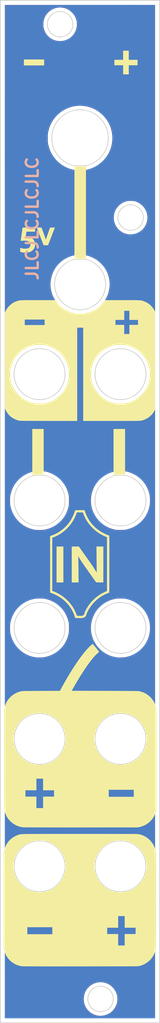
<source format=kicad_pcb>
(kicad_pcb (version 20211014) (generator pcbnew)
  (layers (0 "F.Cu" signal) (31 "B.Cu" signal) (34 "B.Paste" user) (35 "F.Paste" user) (36 "B.SilkS" user "B.Silkscreen") (37 "F.SilkS" user "F.Silkscreen") (38 "B.Mask" user) (39 "F.Mask" user) (44 "Edge.Cuts" user))
  (net 0 "")
  (footprint "__mysynthparts:minmax-panel" (layer "F.Cu") (at 120.106455 60.907107)
    (fp_text reference "Ref**" hide)
    (fp_text value "Val**" hide)
    (fp_poly (pts (xy 9.482667 63.732833) (xy 0.465667 63.732833) (xy 0.465667 61.224583) (xy 0.535614 61.224583) (xy 0.536105 61.459089) (xy 0.556913 61.669788) (xy 0.600358 61.871187) (xy 0.66876 62.077796) (xy 0.674383 62.092417) (xy 0.797869 62.353736) (xy 0.955599 62.593048) (xy 1.144182 62.807727) (xy 1.360226 62.995147) (xy 1.600339 63.152683) (xy 1.86113 63.27771) (xy 2.139208 63.367601) (xy 2.38125 63.413719) (xy 2.539039 63.425063) (xy 2.719758 63.422605) (xy 2.906714 63.407443) (xy 3.08321 63.380673) (xy 3.166933 63.36212) (xy 3.446784 63.270213) (xy 3.706824 63.142167) (xy 3.944585 62.98046) (xy 4.157602 62.787571) (xy 4.343407 62.565979) (xy 4.499532 62.318161) (xy 4.623511 62.046597) (xy 4.694184 61.827833) (xy 4.716577 61.738765) (xy 4.732002 61.658738) (xy 4.741733 61.575809) (xy 4.747041 61.478032) (xy 4.749199 61.353463) (xy 4.749422 61.30925) (xy 4.748782 61.173015) (xy 4.745131 61.067727) (xy 4.737389 60.982046) (xy 4.724479 60.90463) (xy 4.705321 60.824137) (xy 4.702166 60.8123) (xy 4.612122 60.536966) (xy 4.496682 60.291085) (xy 4.351805 60.067557) (xy 4.173446 59.859281) (xy 4.140538 59.825909) (xy 3.912282 59.625444) (xy 3.668463 59.46376) (xy 3.406363 59.3393) (xy 3.145828 59.256103) (xy 2.960527 59.221364) (xy 2.754481 59.20325) (xy 2.543027 59.201935) (xy 2.3415 59.217592) (xy 2.185846 59.245235) (xy 1.894294 59.335862) (xy 1.623492 59.461761) (xy 1.375946 59.620519) (xy 1.154161 59.809718) (xy 0.960642 60.026944) (xy 0.797894 60.269781) (xy 0.668423 60.535813) (xy 0.583066 60.790667) (xy 0.564157 60.885943) (xy 0.548842 61.013788) (xy 0.538182 61.164514) (xy 0.535614 61.224583) (xy 0.465667 61.224583) (xy 0.465667 56.303333) (xy -0.296333 56.303333) (xy -0.296333 63.732833) (xy -9.376833 63.732833) (xy -9.376833 44.71133) (xy -8.737521 44.71133) (xy -8.711716 45.08565) (xy -8.647814 45.45569) (xy -8.545978 45.818692) (xy -8.406372 46.171904) (xy -8.229161 46.512567) (xy -8.014508 46.837928) (xy -7.811444 47.090487) (xy -7.543195 47.365766) (xy -7.248907 47.610517) (xy -6.932141 47.8233) (xy -6.596461 48.002676) (xy -6.245429 48.147205) (xy -5.882606 48.255449) (xy -5.511555 48.325968) (xy -5.135838 48.357322) (xy -4.759017 48.348073) (xy -4.709583 48.343761) (xy -4.318259 48.286518) (xy -3.940502 48.191266) (xy -3.578642 48.059908) (xy -3.23501 47.894346) (xy -2.911936 47.69648) (xy -2.61175 47.468214) (xy -2.336782 47.211448) (xy -2.089364 46.928085) (xy -1.871825 46.620026) (xy -1.686496 46.289174) (xy -1.535706 45.93743) (xy -1.453937 45.686755) (xy -1.413236 45.539653) (xy -1.381811 45.411524) (xy -1.358519 45.292995) (xy -1.342215 45.174693) (xy -1.331755 45.047246) (xy -1.325997 44.90128) (xy -1.323795 44.727422) (xy -1.323682 44.619333) (xy -1.324392 44.452495) (xy -1.326299 44.320169) (xy -1.329929 44.21454) (xy -1.335807 44.127792) (xy -1.344461 44.052109) (xy -1.356416 43.979676) (xy -1.371809 43.904462) (xy -1.478615 43.50757) (xy -1.620975 43.132966) (xy -1.798193 42.781645) (xy -2.009575 42.454599) (xy -2.254426 42.15282) (xy -2.532052 41.877303) (xy -2.841757 41.62904) (xy -3.070625 41.47611) (xy -3.417365 41.285588) (xy -3.777478 41.134606) (xy -4.148457 41.02346) (xy -4.527796 40.952449) (xy -4.912988 40.921869) (xy -5.301526 40.932019) (xy -5.690905 40.983195) (xy -6.078616 41.075695) (xy -6.180666 41.10714) (xy -6.335974 41.164247) (xy -6.512594 41.240635) (xy -6.698084 41.330041) (xy -6.880003 41.426198) (xy -7.045907 41.522842) (xy -7.1755 41.608079) (xy -7.322643 41.722117) (xy -7.481165 41.861015) (xy -7.642234 42.015803) (xy -7.797019 42.177513) (xy -7.936688 42.337173) (xy -8.052409 42.485816) (xy -8.083097 42.529823) (xy -8.289327 42.871961) (xy -8.456475 43.226353) (xy -8.584704 43.590241) (xy -8.674178 43.96087) (xy -8.725063 44.335485) (xy -8.737521 44.71133) (xy -9.376833 44.71133) (xy -9.376833 38.904333) (xy -0.296333 38.904333) (xy -0.296333 50.948167) (xy 0.465667 50.948167) (xy 0.465667 44.670435) (xy 1.429899 44.670435) (xy 1.431243 44.849989) (xy 1.438258 45.013262) (xy 1.451125 45.149449) (xy 1.457411 45.190833) (xy 1.547192 45.593028) (xy 1.673018 45.975052) (xy 1.834092 46.335488) (xy 2.02962 46.67292) (xy 2.258806 46.985929) (xy 2.520854 47.273099) (xy 2.735695 47.468334) (xy 3.048363 47.707305) (xy 3.370783 47.906604) (xy 3.707705 48.068593) (xy 4.063881 48.195637) (xy 4.344959 48.269062) (xy 4.642202 48.325229) (xy 4.9225 48.354998) (xy 5.201151 48.359403) (xy 5.450417 48.343761) (xy 5.842369 48.286123) (xy 6.226203 48.189003) (xy 6.597102 48.054108) (xy 6.950252 47.883145) (xy 7.229221 47.713206) (xy 7.538179 47.480654) (xy 7.816844 47.220626) (xy 8.064374 46.936058) (xy 8.279925 46.629884) (xy 8.462654 46.30504) (xy 8.611719 45.964461) (xy 8.726276 45.611081) (xy 8.805483 45.247837) (xy 8.848496 44.877663) (xy 8.854472 44.503495) (xy 8.82257 44.128267) (xy 8.751944 43.754915) (xy 8.641753 43.386374) (xy 8.543104 43.138443) (xy 8.366535 42.7888) (xy 8.156219 42.463186) (xy 7.914401 42.163345) (xy 7.643327 41.891022) (xy 7.345242 41.647962) (xy 7.022392 41.435908) (xy 6.677023 41.256606) (xy 6.311381 41.1118) (xy 5.92771 41.003234) (xy 5.74675 40.966119) (xy 5.634652 40.94914) (xy 5.511346 40.937559) (xy 5.3673 40.930775) (xy 5.192981 40.928187) (xy 5.1435 40.928125) (xy 4.890441 40.933752) (xy 4.664501 40.95152) (xy 4.451674 40.983523) (xy 4.237955 41.031858) (xy 4.014265 41.097052) (xy 3.837305 41.160958) (xy 3.641384 41.244752) (xy 3.439623 41.341917) (xy 3.245143 41.445936) (xy 3.071065 41.550293) (xy 2.9845 41.60849) (xy 2.824566 41.732278) (xy 2.655132 41.881763) (xy 2.48543 42.047499) (xy 2.324692 42.220043) (xy 2.18215 42.389949) (xy 2.06844 42.545655) (xy 1.863387 42.892123) (xy 1.69462 43.25762) (xy 1.564102 43.637302) (xy 1.477546 44.0055) (xy 1.458048 44.142132) (xy 1.443484 44.305701) (xy 1.43404 44.485404) (xy 1.429899 44.670435) (xy 0.465667 44.670435) (xy 0.465667 38.904333) (xy -0.296333 38.904333) (xy -9.376833 38.904333) (xy -9.376833 28.659667) (xy -8.729856 28.659667) (xy -8.728735 28.817673) (xy -8.72507 28.944387) (xy -8.718017 29.050815) (xy -8.706734 29.147964) (xy -8.690374 29.246841) (xy -8.681164 29.294667) (xy -8.596216 29.639322) (xy -8.481174 29.976713) (xy -8.339723 30.298049) (xy -8.175546 30.594537) (xy -8.069463 30.754323) (xy -7.96558 30.889722) (xy -7.838355 31.039166) (xy -7.698062 31.191691) (xy -7.554973 31.336335) (xy -7.419364 31.462133) (xy -7.355416 31.516297) (xy -7.035751 31.749728) (xy -6.697551 31.945298) (xy -6.340245 32.103257) (xy -5.963261 32.223858) (xy -5.566028 32.30735) (xy -5.550141 32.309854) (xy -5.403298 32.326486) (xy -5.228105 32.336463) (xy -5.038018 32.339789) (xy -4.846494 32.336466) (xy -4.666988 32.326497) (xy -4.512958 32.309886) (xy -4.511216 32.309631) (xy -4.112945 32.230857) (xy -3.733849 32.114429) (xy -3.37438 31.960579) (xy -3.034989 31.769537) (xy -2.716128 31.541535) (xy -2.418249 31.276806) (xy -2.338916 31.196394) (xy -2.080333 30.898315) (xy -1.858617 30.581143) (xy -1.672859 30.243146) (xy -1.522147 29.88259) (xy -1.405572 29.497742) (xy -1.372733 29.357288) (xy -1.356835 29.27939) (xy -1.344798 29.206436) (xy -1.336089 29.130562) (xy -1.33017 29.043904) (xy -1.326508 28.938597) (xy -1.324567 28.806777) (xy -1.323811 28.640581) (xy -1.323808 28.6385) (xy -1.323975 28.470987) (xy -1.32549 28.337727) (xy -1.328868 28.230647) (xy -1.334622 28.141674) (xy -1.343267 28.062737) (xy -1.355317 27.985762) (xy -1.370399 27.907046) (xy -1.469013 27.52462) (xy -1.605107 27.159583) (xy -1.776685 26.81403) (xy -1.981752 26.490057) (xy -2.218312 26.189761) (xy -2.484371 25.915236) (xy -2.777932 25.668579) (xy -3.097 25.451887) (xy -3.439581 25.267253) (xy -3.803679 25.116776) (xy -4.119116 25.019759) (xy -4.348073 24.96824) (xy -4.577094 24.934976) (xy -4.81891 24.91869) (xy -5.086252 24.918104) (xy -5.122333 24.919078) (xy -5.428231 24.937334) (xy -5.707797 24.974525) (xy -5.97376 25.033267) (xy -6.238848 25.116174) (xy -6.420213 25.185688) (xy -6.77815 25.354111) (xy -7.112382 25.556352) (xy -7.420959 25.790183) (xy -7.701932 26.053381) (xy -7.953352 26.34372) (xy -8.173268 26.658975) (xy -8.359731 26.99692) (xy -8.510793 27.355332) (xy -8.613813 27.689459) (xy -8.655752 27.861237) (xy -8.686643 28.012563) (xy -8.707993 28.15603) (xy -8.721306 28.30423) (xy -8.72809 28.469754) (xy -8.729856 28.659667) (xy -9.376833 28.659667) (xy -9.376833 14.70025) (xy -8.729675 14.70025) (xy -8.725601 14.926993) (xy -8.712439 15.125327) (xy -8.688448 15.308538) (xy -8.651883 15.489907) (xy -8.601 15.682719) (xy -8.600498 15.684456) (xy -8.477144 16.048416) (xy -8.324509 16.3847) (xy -8.139287 16.699036) (xy -7.918175 16.997149) (xy -7.704666 17.23674) (xy -7.409038 17.51608) (xy -7.095306 17.757559) (xy -6.764127 17.960816) (xy -6.416157 18.125489) (xy -6.052054 18.251216) (xy -5.722065 18.32875) (xy -5.61018 18.349348) (xy -5.520307 18.364639) (xy -5.442913 18.375307) (xy -5.368463 18.382035) (xy -5.287424 18.385503) (xy -5.190261 18.386397) (xy -5.067441 18.385397) (xy -4.953 18.383819) (xy -4.781188 18.379868) (xy -4.640815 18.37295) (xy -4.521041 18.362158) (xy -4.41102 18.346586) (xy -4.331154 18.331782) (xy -3.944507 18.232516) (xy -3.567184 18.092801) (xy -3.202761 17.914132) (xy -2.921 17.742883) (xy -2.763449 17.627679) (xy -2.593841 17.485282) (xy -2.421653 17.324946) (xy -2.256365 17.155925) (xy -2.107453 16.987472) (xy -1.984395 16.828841) (xy -1.983444 16.8275) (xy -1.891818 16.687116) (xy -1.795446 16.52016) (xy -1.700386 16.338735) (xy -1.612696 16.15494) (xy -1.538435 15.980879) (xy -1.484122 15.830118) (xy -1.435696 15.671045) (xy -1.397961 15.532313) (xy -1.369633 15.404607) (xy -1.349428 15.27861) (xy -1.336065 15.145006) (xy -1.328258 14.994479) (xy -1.324725 14.817713) (xy -1.324107 14.6685) (xy -1.324496 14.499524) (xy -1.325978 14.365469) (xy -1.329031 14.258927) (xy -1.334134 14.17249) (xy -1.341765 14.098751) (xy -1.352402 14.030302) (xy -1.366522 13.959734) (xy -1.371241 13.93825) (xy -1.480032 13.542546) (xy -1.625138 13.167709) (xy -1.805664 12.815055) (xy -2.020713 12.485899) (xy -2.269389 12.181559) (xy -2.550795 11.903349) (xy -2.864035 11.652586) (xy -2.9845 11.569233) (xy -3.261487 11.404853) (xy -3.567445 11.259154) (xy -3.891445 11.136662) (xy -4.222561 11.041906) (xy -4.29987 11.024229) (xy -4.379386 11.008045) (xy -4.4542 10.995896) (xy -4.532504 10.987211) (xy -4.622492 10.981418) (xy -4.732354 10.977947) (xy -4.870285 10.976226) (xy -4.995333 10.975744) (xy -5.159581 10.975968) (xy -5.290026 10.977658) (xy -5.395186 10.981384) (xy -5.483583 10.987712) (xy -5.563737 10.997212) (xy -5.644167 11.010452) (xy -5.711482 11.02352) (xy -6.100303 11.122823) (xy -6.470403 11.258412) (xy -6.819783 11.428417) (xy -7.146447 11.63097) (xy -7.448399 11.864202) (xy -7.723643 12.126243) (xy -7.970182 12.415224) (xy -8.18602 12.729277) (xy -8.36916 13.066531) (xy -8.517605 13.425119) (xy -8.613813 13.740625) (xy -8.656471 13.915827) (xy -8.687677 14.070418) (xy -8.709012 14.217479) (xy -8.722054 14.370089) (xy -8.728384 14.541328) (xy -8.729675 14.70025) (xy -9.376833 14.70025) (xy -9.376833 8.9535) (xy -0.296333 8.9535) (xy -0.296333 33.549167) (xy 0.465667 33.549167) (xy 0.465667 28.554904) (xy 1.430271 28.554904) (xy 1.430679 28.754007) (xy 1.437838 28.945967) (xy 1.451755 29.118644) (xy 1.469001 29.24175) (xy 1.560491 29.636617) (xy 1.68856 30.010227) (xy 1.853503 30.363131) (xy 2.055616 30.69588) (xy 2.295195 31.009027) (xy 2.572535 31.303122) (xy 2.575011 31.3055) (xy 2.878749 31.569752) (xy 3.198897 31.795083) (xy 3.536572 31.982045) (xy 3.892896 32.131193) (xy 4.268986 32.24308) (xy 4.60375 32.309101) (xy 4.745431 32.325114) (xy 4.915845 32.335108) (xy 5.101816 32.339059) (xy 5.290171 32.33694) (xy 5.467734 32.328727) (xy 5.621331 32.314392) (xy 5.645605 32.311134) (xy 6.030879 32.235809) (xy 6.401751 32.122534) (xy 6.755781 31.973323) (xy 7.090532 31.790187) (xy 7.403563 31.575138) (xy 7.692435 31.330189) (xy 7.954711 31.057351) (xy 8.18795 30.758638) (xy 8.389714 30.43606) (xy 8.557564 30.09163) (xy 8.657776 29.826058) (xy 8.763588 29.444459) (xy 8.829034 29.05987) (xy 8.854756 28.675211) (xy 8.841394 28.293402) (xy 8.789588 27.917361) (xy 8.69998 27.550009) (xy 8.573208 27.194265) (xy 8.409916 26.853048) (xy 8.210742 26.529277) (xy 7.976327 26.225872) (xy 7.83358 26.069738) (xy 7.534545 25.790056) (xy 7.21637 25.548119) (xy 6.878767 25.34377) (xy 6.521454 25.176855) (xy 6.144146 25.047216) (xy 5.832621 24.971232) (xy 5.693694 24.949716) (xy 5.52484 24.934082) (xy 5.336626 24.9244) (xy 5.139619 24.920735) (xy 4.944387 24.923155) (xy 4.761495 24.931728) (xy 4.601512 24.946521) (xy 4.497917 24.96272) (xy 4.095614 25.063099) (xy 3.71544 25.198783) (xy 3.358832 25.368315) (xy 3.027223 25.570239) (xy 2.722049 25.803099) (xy 2.444746 26.065437) (xy 2.196748 26.355799) (xy 1.97949 26.672726) (xy 1.794407 27.014764) (xy 1.642935 27.380455) (xy 1.526509 27.768344) (xy 1.469509 28.036103) (xy 1.449691 28.183814) (xy 1.43661 28.360794) (xy 1.430271 28.554904) (xy 0.465667 28.554904) (xy 0.465667 14.653608) (xy 1.419801 14.653608) (xy 1.433316 14.990602) (xy 1.481998 15.333559) (xy 1.534347 15.570214) (xy 1.647466 15.945566) (xy 1.792998 16.295132) (xy 1.972992 16.622617) (xy 2.189493 16.931732) (xy 2.444549 17.226184) (xy 2.454022 17.236085) (xy 2.750239 17.515831) (xy 3.065582 17.757836) (xy 3.399847 17.961996) (xy 3.752831 18.128206) (xy 4.124329 18.256363) (xy 4.514137 18.346361) (xy 4.672947 18.371352) (xy 4.794324 18.382389) (xy 4.946451 18.38765) (xy 5.118197 18.387519) (xy 5.298428 18.382379) (xy 5.476011 18.372613) (xy 5.639815 18.358604) (xy 5.778707 18.340736) (xy 5.830258 18.33151) (xy 6.217903 18.232334) (xy 6.593961 18.094011) (xy 6.953749 17.918705) (xy 7.292581 17.708585) (xy 7.483736 17.566811) (xy 7.590669 17.47471) (xy 7.712818 17.357402) (xy 7.841247 17.224449) (xy 7.967023 17.085413) (xy 8.081209 16.949856) (xy 8.174872 16.82734) (xy 8.175359 16.826656) (xy 8.381645 16.501177) (xy 8.551126 16.157782) (xy 8.683501 15.799995) (xy 8.778466 15.431341) (xy 8.83572 15.055346) (xy 8.85496 14.675533) (xy 8.835883 14.295428) (xy 8.778187 13.918556) (xy 8.681569 13.548441) (xy 8.545727 13.188609) (xy 8.496712 13.082005) (xy 8.356725 12.812728) (xy 8.207481 12.573084) (xy 8.040175 12.350833) (xy 7.846005 12.133734) (xy 7.733389 12.020656) (xy 7.432197 11.755926) (xy 7.109965 11.527764) (xy 6.766218 11.335921) (xy 6.400485 11.180145) (xy 6.012295 11.060185) (xy 5.86013 11.024229) (xy 5.780614 11.008045) (xy 5.7058 10.995896) (xy 5.627496 10.987211) (xy 5.537508 10.981418) (xy 5.427646 10.977947) (xy 5.289715 10.976226) (xy 5.164667 10.975744) (xy 5.000616 10.975962) (xy 4.870348 10.977639) (xy 4.765321 10.981345) (xy 4.676996 10.987654) (xy 4.59683 10.997139) (xy 4.516283 11.010372) (xy 4.446568 11.023893) (xy 4.056235 11.123653) (xy 3.685629 11.259788) (xy 3.336527 11.430353) (xy 3.010709 11.633403) (xy 2.709951 11.866992) (xy 2.436031 12.129175) (xy 2.190727 12.418006) (xy 1.975816 12.731541) (xy 1.793077 13.067833) (xy 1.644288 13.424938) (xy 1.531225 13.80091) (xy 1.455666 14.193804) (xy 1.440749 14.313124) (xy 1.419801 14.653608) (xy 0.465667 14.653608) (xy 0.465667 6.639387) (xy 0.257458 6.320068) (xy 0.1808 6.201587) (xy 0.103558 6.080599) (xy 0.032314 5.967524) (xy -0.02635 5.872779) (xy -0.053949 5.827087) (xy -0.098871 5.753442) (xy -0.135563 5.696939) (xy -0.159022 5.665091) (xy -0.164645 5.660922) (xy -0.165826 5.68321) (xy -0.165315 5.742179) (xy -0.163262 5.832218) (xy -0.159817 5.947714) (xy -0.155127 6.083056) (xy -0.149606 6.226168) (xy -0.144982 6.363694) (xy -0.140675 6.536363) (xy -0.136786 6.736985) (xy -0.133412 6.958369) (xy -0.130652 7.193327) (xy -0.128606 7.434668) (xy -0.127371 7.675203) (xy -0.127034 7.868708) (xy -0.127 8.9535) (xy -0.296333 8.9535) (xy -9.376833 8.9535) (xy -9.376833 -1.255307) (xy -8.73035 -1.255307) (xy -8.725424 -1.068896) (xy -8.714553 -0.898722) (xy -8.697722 -0.756154) (xy -8.692415 -0.72526) (xy -8.603758 -0.343542) (xy -8.484006 0.012878) (xy -8.330844 0.34975) (xy -8.141954 0.672823) (xy -8.109561 0.721688) (xy -7.868753 1.042295) (xy -7.599636 1.33204) (xy -7.304196 1.589632) (xy -6.984419 1.813778) (xy -6.642292 2.003187) (xy -6.279798 2.156567) (xy -5.898926 2.272626) (xy -5.640916 2.327712) (xy -5.479528 2.348986) (xy -5.288486 2.361933) (xy -5.079609 2.366721) (xy -4.864716 2.363515) (xy -4.655626 2.352485) (xy -4.464158 2.333796) (xy -4.308061 2.30884) (xy -3.923747 2.209838) (xy -3.556835 2.074058) (xy -3.209573 1.903466) (xy -2.88421 1.700029) (xy -2.582994 1.465715) (xy -2.308173 1.202489) (xy -2.061994 0.91232) (xy -1.846706 0.597172) (xy -1.664556 0.259015) (xy -1.517794 -0.100187) (xy -1.502183 -0.146065) (xy -1.448268 -0.313437) (xy -1.40624 -0.459442) (xy -1.374681 -0.593624) (xy -1.352173 -0.725526) (xy -1.337297 -0.864691) (xy -1.328636 -1.020663) (xy -1.324772 -1.202984) (xy -1.324159 -1.344083) (xy -1.324566 -1.511586) (xy -1.326124 -1.644454) (xy -1.329342 -1.75038) (xy -1.334728 -1.837059) (xy -1.342789 -1.912185) (xy -1.354032 -1.983451) (xy -1.368967 -2.05855) (xy -1.372361 -2.074333) (xy -1.478303 -2.467918) (xy -1.620316 -2.840754) (xy -1.797163 -3.19125) (xy -2.007607 -3.517816) (xy -2.250413 -3.818863) (xy -2.524345 -4.092801) (xy -2.828164 -4.338039) (xy -3.160637 -4.552987) (xy -3.39725 -4.678506) (xy -3.713388 -4.818184) (xy -4.020881 -4.92298) (xy -4.330478 -4.995644) (xy -4.652927 -5.038924) (xy -4.85775 -5.05196) (xy -5.260395 -5.047649) (xy -5.652838 -5.002535) (xy -6.033398 -4.917279) (xy -6.400393 -4.792545) (xy -6.752142 -4.628995) (xy -7.086963 -4.427293) (xy -7.403175 -4.188102) (xy -7.667637 -3.944181) (xy -7.929265 -3.651524) (xy -8.154833 -3.337685) (xy -8.34477 -3.001824) (xy -8.499502 -2.643101) (xy -8.619457 -2.260679) (xy -8.690891 -1.935897) (xy -8.709601 -1.798249) (xy -8.722424 -1.631354) (xy -8.729345 -1.446583) (xy -8.73035 -1.255307) (xy -9.376833 -1.255307) (xy -9.376833 -17.130307) (xy -8.73035 -17.130307) (xy -8.725424 -16.943896) (xy -8.714553 -16.773722) (xy -8.697722 -16.631154) (xy -8.692415 -16.60026) (xy -8.603758 -16.218542) (xy -8.484006 -15.862122) (xy -8.330844 -15.52525) (xy -8.141954 -15.202177) (xy -8.109561 -15.153312) (xy -7.867975 -14.831328) (xy -7.598802 -14.541049) (xy -7.303645 -14.283516) (xy -6.984106 -14.059771) (xy -6.641786 -13.870857) (xy -6.278289 -13.717816) (xy -5.895215 -13.60169) (xy -5.640916 -13.547297) (xy -5.552916 -13.532613) (xy -5.470159 -13.522068) (xy -5.383752 -13.515225) (xy -5.284802 -13.511649) (xy -5.164416 -13.510904) (xy -5.013699 -13.512555) (xy -4.953 -13.513602) (xy -4.789858 -13.517228) (xy -4.660107 -13.521931) (xy -4.554805 -13.5285) (xy -4.465012 -13.537727) (xy -4.381785 -13.550403) (xy -4.296184 -13.567319) (xy -4.262756 -13.574668) (xy -3.867316 -13.683928) (xy -3.493969 -13.828666) (xy -3.144208 -14.007377) (xy -2.819526 -14.218556) (xy -2.521414 -14.460698) (xy -2.251368 -14.732298) (xy -2.010877 -15.031851) (xy -1.801437 -15.357852) (xy -1.624539 -15.708796) (xy -1.481676 -16.083177) (xy -1.374341 -16.479492) (xy -1.372306 -16.488833) (xy -1.356605 -16.565619) (xy -1.34469 -16.6371) (xy -1.336056 -16.710973) (xy -1.330194 -16.794932) (xy -1.326598 -16.896674) (xy -1.32476 -17.023894) (xy -1.324172 -17.184288) (xy -1.324159 -17.219083) (xy -1.325669 -17.42559) (xy -1.331104 -17.599226) (xy -1.341827 -17.749378) (xy -1.359201 -17.885429) (xy -1.384586 -18.016766) (xy -1.419345 -18.152773) (xy -1.464839 -18.302837) (xy -1.49462 -18.393833) (xy -1.637918 -18.758481) (xy -1.816688 -19.101853) (xy -2.028777 -19.422074) (xy -2.272029 -19.717266) (xy -2.54429 -19.985555) (xy -2.843407 -20.225064) (xy -3.167223 -20.433916) (xy -3.513585 -20.610236) (xy -3.880339 -20.752148) (xy -4.265331 -20.857775) (xy -4.342685 -20.874052) (xy -4.499295 -20.897912) (xy -4.685729 -20.914303) (xy -4.890126 -20.923143) (xy -5.100625 -20.924351) (xy -5.305366 -20.917844) (xy -5.492488 -20.903539) (xy -5.640916 -20.883055) (xy -6.034987 -20.791007) (xy -6.410815 -20.661048) (xy -6.767216 -20.493802) (xy -7.103012 -20.289893) (xy -7.417019 -20.049945) (xy -7.675098 -19.808743) (xy -7.935614 -19.515038) (xy -8.158608 -19.205104) (xy -8.34537 -18.876403) (xy -8.497189 -18.526401) (xy -8.615354 -18.152561) (xy -8.690891 -17.810897) (xy -8.709601 -17.673249) (xy -8.722424 -17.506354) (xy -8.729345 -17.321583) (xy -8.73035 -17.130307) (xy -9.376833 -17.130307) (xy -9.376833 -23.071667) (xy -0.296333 -23.071667) (xy -0.296333 4.445) (xy -0.087452 4.445) (xy 0.180498 4.826) (xy 0.25879 4.936791) (xy 0.328841 5.034911) (xy 0.387053 5.1154) (xy 0.429827 5.173299) (xy 0.453562 5.20365) (xy 0.457058 5.207) (xy 0.457528 5.186016) (xy 0.457992 5.123795) (xy 0.458448 5.021434) (xy 0.458897 4.880028) (xy 0.459338 4.700676) (xy 0.459769 4.484471) (xy 0.460191 4.232513) (xy 0.460602 3.945896) (xy 0.461002 3.625717) (xy 0.46139 3.273072) (xy 0.461766 2.889059) (xy 0.462129 2.474773) (xy 0.462479 2.031311) (xy 0.462814 1.559769) (xy 0.463133 1.061245) (xy 0.463437 0.536833) (xy 0.463725 -0.012369) (xy 0.463995 -0.585265) (xy 0.464248 -1.180759) (xy 0.464352 -1.454957) (xy 1.426026 -1.454957) (xy 1.43234 -1.081005) (xy 1.476193 -0.711566) (xy 1.556838 -0.349378) (xy 1.67353 0.002823) (xy 1.825522 0.3423) (xy 2.012067 0.666315) (xy 2.23242 0.972133) (xy 2.485833 1.257015) (xy 2.77156 1.518224) (xy 3.067253 1.738597) (xy 3.408753 1.944641) (xy 3.76187 2.110471) (xy 4.129849 2.237367) (xy 4.515938 2.326614) (xy 4.585937 2.33851) (xy 4.722127 2.35404) (xy 4.888987 2.363041) (xy 5.0754 2.365774) (xy 5.270251 2.3625) (xy 5.462423 2.353479) (xy 5.640801 2.338974) (xy 5.794268 2.319244) (xy 5.851939 2.308792) (xy 6.237192 2.209741) (xy 6.602855 2.074716) (xy 6.947242 1.905927) (xy 7.26867 1.705578) (xy 7.565456 1.47588) (xy 7.835916 1.219038) (xy 8.078366 0.937261) (xy 8.291123 0.632757) (xy 8.472502 0.307732) (xy 8.62082 -0.035606) (xy 8.734393 -0.395049) (xy 8.811538 -0.76839) (xy 8.850571 -1.15342) (xy 8.849807 -1.547934) (xy 8.845569 -1.616211) (xy 8.810472 -1.937944) (xy 8.75062 -2.239475) (xy 8.662744 -2.53265) (xy 8.543574 -2.829319) (xy 8.465088 -2.995083) (xy 8.340885 -3.228878) (xy 8.211741 -3.435984) (xy 8.06875 -3.628718) (xy 7.903006 -3.8194) (xy 7.768764 -3.958167) (xy 7.571508 -4.145232) (xy 7.381696 -4.303213) (xy 7.187462 -4.4407) (xy 6.976944 -4.566284) (xy 6.805084 -4.655916) (xy 6.509231 -4.791565) (xy 6.227839 -4.895906) (xy 5.950291 -4.97174) (xy 5.665966 -5.021863) (xy 5.364248 -5.049075) (xy 5.30225 -5.05196) (xy 4.898922 -5.047789) (xy 4.506551 -5.002909) (xy 4.126518 -4.917849) (xy 3.760204 -4.793135) (xy 3.40899 -4.629297) (xy 3.074258 -4.42686) (xy 2.757389 -4.186352) (xy 2.553254 -4.001746) (xy 2.338215 -3.779098) (xy 2.155017 -3.555858) (xy 1.994875 -3.3198) (xy 1.849005 -3.058702) (xy 1.791087 -2.941162) (xy 1.639781 -2.576525) (xy 1.529 -2.205454) (xy 1.457997 -1.830686) (xy 1.426026 -1.454957) (xy 0.464352 -1.454957) (xy 0.464483 -1.797753) (xy 0.464698 -2.435153) (xy 0.464893 -3.09186) (xy 0.465069 -3.766779) (xy 0.465223 -4.458814) (xy 0.465355 -5.166867) (xy 0.465465 -5.889843) (xy 0.465552 -6.626645) (xy 0.465615 -7.376177) (xy 0.465653 -8.137341) (xy 0.465667 -8.909043) (xy 0.465667 -17.259219) (xy 1.429219 -17.259219) (xy 1.430532 -17.042966) (xy 1.440875 -16.838459) (xy 1.460346 -16.658346) (xy 1.469001 -16.60525) (xy 1.560818 -16.211371) (xy 1.689909 -15.83562) (xy 1.854799 -15.479949) (xy 2.054012 -15.146311) (xy 2.286073 -14.83666) (xy 2.549505 -14.552948) (xy 2.842834 -14.297128) (xy 3.164583 -14.071153) (xy 3.513276 -13.876976) (xy 3.540737 -13.863622) (xy 3.693877 -13.792758) (xy 3.837733 -13.733163) (xy 3.981013 -13.682232) (xy 4.132426 -13.637362) (xy 4.300682 -13.595949) (xy 4.494487 -13.555389) (xy 4.699 -13.517274) (xy 4.735581 -13.514685) (xy 4.807287 -13.512903) (xy 4.906915 -13.511983) (xy 5.027262 -13.511982) (xy 5.161127 -13.512957) (xy 5.196417 -13.513367) (xy 5.361536 -13.516199) (xy 5.493334 -13.520554) (xy 5.600817 -13.527151) (xy 5.69299 -13.53671) (xy 5.778857 -13.549952) (xy 5.863167 -13.566679) (xy 6.25748 -13.671964) (xy 6.631894 -13.813519) (xy 6.984649 -13.99009) (xy 7.313986 -14.200425) (xy 7.618147 -14.443271) (xy 7.895374 -14.717375) (xy 8.143906 -15.021485) (xy 8.354157 -15.340985) (xy 8.527892 -15.677298) (xy 8.665207 -16.031704) (xy 8.765653 -16.399973) (xy 8.82878 -16.777875) (xy 8.854137 -17.16118) (xy 8.841273 -17.545656) (xy 8.789739 -17.927073) (xy 8.699083 -18.301201) (xy 8.676899 -18.372667) (xy 8.621405 -18.523839) (xy 8.546676 -18.696867) (xy 8.458792 -18.879674) (xy 8.363834 -19.060187) (xy 8.267881 -19.22633) (xy 8.177014 -19.366028) (xy 8.175976 -19.3675) (xy 8.078051 -19.494371) (xy 7.954303 -19.636718) (xy 7.813566 -19.785708) (xy 7.664676 -19.932508) (xy 7.516467 -20.068285) (xy 7.377774 -20.184208) (xy 7.3025 -20.24077) (xy 7.150876 -20.339879) (xy 6.971313 -20.443202) (xy 6.776822 -20.544206) (xy 6.580409 -20.636356) (xy 6.395084 -20.713118) (xy 6.282982 -20.752885) (xy 6.085513 -20.812912) (xy 5.906126 -20.857726) (xy 5.732527 -20.889167) (xy 5.55242 -20.909073) (xy 5.35351 -20.919283) (xy 5.154084 -20.921708) (xy 4.939535 -20.918927) (xy 4.755578 -20.90996) (xy 4.590731 -20.89329) (xy 4.433508 -20.8674) (xy 4.272428 -20.83077) (xy 4.096006 -20.781883) (xy 4.09575 -20.781808) (xy 3.792845 -20.676043) (xy 3.487047 -20.538862) (xy 3.192809 -20.377467) (xy 2.924583 -20.199057) (xy 2.921 -20.196414) (xy 2.724512 -20.036943) (xy 2.524934 -19.849005) (xy 2.332567 -19.643649) (xy 2.157709 -19.431924) (xy 2.010659 -19.224877) (xy 2.000344 -19.20875) (xy 1.861809 -18.964617) (xy 1.734989 -18.690963) (xy 1.624587 -18.400015) (xy 1.535306 -18.103999) (xy 1.478501 -17.852012) (xy 1.4533 -17.676388) (xy 1.43684 -17.474575) (xy 1.429219 -17.259219) (xy 0.465667 -17.259219) (xy 0.465667 -23.071667) (xy -0.296333 -23.071667) (xy -9.376833 -23.071667) (xy -9.376833 -28.626303) (xy -3.646108 -28.626303) (xy -3.639679 -28.24908) (xy -3.593209 -27.874223) (xy -3.56428 -27.730806) (xy -3.459469 -27.347908) (xy -3.321635 -26.990089) (xy -3.149147 -26.654468) (xy -2.940374 -26.338167) (xy -2.693683 -26.038304) (xy -2.483711 -25.823333) (xy -2.246438 -25.613408) (xy -2.00201 -25.432997) (xy -1.736757 -25.27254) (xy -1.576916 -25.189271) (xy -1.243983 -25.040989) (xy -0.915491 -24.929866) (xy -0.5818 -24.853139) (xy -0.25269 -24.809723) (xy -0.128345 -24.79914) (xy -0.03208 -24.792757) (xy 0.050148 -24.790522) (xy 0.132378 -24.792384) (xy 0.228651 -24.798292) (xy 0.345049 -24.807534) (xy 0.742084 -24.861085) (xy 1.126357 -24.954118) (xy 1.495476 -25.085282) (xy 1.847044 -25.253226) (xy 2.178667 -25.456599) (xy 2.487949 -25.694048) (xy 2.772496 -25.964224) (xy 3.029912 -26.265775) (xy 3.102155 -26.363083) (xy 3.18705 -26.491753) (xy 3.278318 -26.647904) (xy 3.369952 -26.819683) (xy 3.455945 -26.995239) (xy 3.530289 -27.162721) (xy 3.586977 -27.310276) (xy 3.595951 -27.337236) (xy 3.699731 -27.72526) (xy 3.762521 -28.114368) (xy 3.784954 -28.501986) (xy 3.767662 -28.885537) (xy 3.711278 -29.262446) (xy 3.616434 -29.630136) (xy 3.483762 -29.986033) (xy 3.313894 -30.327559) (xy 3.107463 -30.652141) (xy 2.865101 -30.957201) (xy 2.652995 -31.178522) (xy 2.429822 -31.379783) (xy 2.20706 -31.551115) (xy 1.970726 -31.702405) (xy 1.725084 -31.834487) (xy 1.368637 -31.993002) (xy 1.015412 -32.110818) (xy 0.661066 -32.188888) (xy 0.301257 -32.228165) (xy -0.068356 -32.229602) (xy -0.074083 -32.229336) (xy -0.475683 -32.189809) (xy -0.865398 -32.110089) (xy -1.241326 -31.990939) (xy -1.601566 -31.833126) (xy -1.944217 -31.637413) (xy -2.267376 -31.404565) (xy -2.398228 -31.294655) (xy -2.669476 -31.028882) (xy -2.910161 -30.736504) (xy -3.119099 -30.421141) (xy -3.295105 -30.086414) (xy -3.436994 -29.735946) (xy -3.54358 -29.373357) (xy -3.61368 -29.002269) (xy -3.646108 -28.626303) (xy -9.376833 -28.626303) (xy -9.376833 -36.984877) (xy 4.30705 -36.984877) (xy 4.307385 -36.80887) (xy 4.31614 -36.639649) (xy 4.333326 -36.489252) (xy 4.355501 -36.381787) (xy 4.451112 -36.098194) (xy 4.575515 -35.84276) (xy 4.731889 -35.609935) (xy 4.918795 -35.398778) (xy 5.143178 -35.20225) (xy 5.386148 -35.043378) (xy 5.649202 -34.921402) (xy 5.933837 -34.835559) (xy 6.084191 -34.806035) (xy 6.241009 -34.789736) (xy 6.421461 -34.786192) (xy 6.609032 -34.794736) (xy 6.787209 -34.814701) (xy 6.917138 -34.839711) (xy 7.194405 -34.927654) (xy 7.449261 -35.048929) (xy 7.680411 -35.200179) (xy 7.886561 -35.378046) (xy 8.066415 -35.579172) (xy 8.21868 -35.800199) (xy 8.342061 -36.037769) (xy 8.435263 -36.288525) (xy 8.496991 -36.549108) (xy 8.52595 -36.816161) (xy 8.520847 -37.086326) (xy 8.480386 -37.356244) (xy 8.403273 -37.622558) (xy 8.288213 -37.881911) (xy 8.167518 -38.082795) (xy 8.001272 -38.293135) (xy 7.801973 -38.486423) (xy 7.577289 -38.657182) (xy 7.334885 -38.799937) (xy 7.082431 -38.909211) (xy 6.95325 -38.950018) (xy 6.880507 -38.968254) (xy 6.809399 -38.981247) (xy 6.730296 -38.989874) (xy 6.633567 -38.995009) (xy 6.509581 -38.997528) (xy 6.424084 -38.998125) (xy 6.283715 -38.997987) (xy 6.175894 -38.995701) (xy 6.090854 -38.990406) (xy 6.018829 -38.981239) (xy 5.950053 -38.967337) (xy 5.884334 -38.950467) (xy 5.60314 -38.852265) (xy 5.337259 -38.716595) (xy 5.092424 -38.546866) (xy 4.882167 -38.354694) (xy 4.692624 -38.127019) (xy 4.5351 -37.876061) (xy 4.413353 -37.608408) (xy 4.356457 -37.43325) (xy 4.331597 -37.309104) (xy 4.315125 -37.155634) (xy 4.30705 -36.984877) (xy -9.376833 -36.984877) (xy -9.376833 -46.873583) (xy -3.988776 -46.873583) (xy -3.988267 -46.709002) (xy -3.986777 -46.578645) (xy -3.983701 -46.474406) (xy -3.978433 -46.388179) (xy -3.970367 -46.311855) (xy -3.9589 -46.23733) (xy -3.943425 -46.156494) (xy -3.930687 -46.095583) (xy -3.82232 -45.683115) (xy -3.67783 -45.291474) (xy -3.498356 -44.922121) (xy -3.285034 -44.576517) (xy -3.039001 -44.256125) (xy -2.761395 -43.962407) (xy -2.453352 -43.696824) (xy -2.11601 -43.460838) (xy -1.750507 -43.255911) (xy -1.703916 -43.233045) (xy -1.379474 -43.090608) (xy -1.059649 -42.980934) (xy -0.731931 -42.900532) (xy -0.38381 -42.84591) (xy -0.275166 -42.834188) (xy -0.165202 -42.827226) (xy -0.027389 -42.824092) (xy 0.123977 -42.824629) (xy 0.274601 -42.828679) (xy 0.410186 -42.836087) (xy 0.482376 -42.842506) (xy 0.888088 -42.907557) (xy 1.282669 -43.012362) (xy 1.663318 -43.155195) (xy 2.02723 -43.334331) (xy 2.371602 -43.548046) (xy 2.693629 -43.794613) (xy 2.990509 -44.072309) (xy 3.259438 -44.379407) (xy 3.480354 -44.687343) (xy 3.682571 -45.03661) (xy 3.846397 -45.399345) (xy 3.97224 -45.772618) (xy 4.060509 -46.153501) (xy 4.111615 -46.539064) (xy 4.125967 -46.92638) (xy 4.103975 -47.31252) (xy 4.046048 -47.694554) (xy 3.952596 -48.069554) (xy 3.824028 -48.434591) (xy 3.660754 -48.786737) (xy 3.463183 -49.123062) (xy 3.231725 -49.440638) (xy 2.96679 -49.736537) (xy 2.745334 -49.943365) (xy 2.501908 -50.140851) (xy 2.259446 -50.309727) (xy 2.002399 -50.460363) (xy 1.860294 -50.533697) (xy 1.478547 -50.700021) (xy 1.088045 -50.825526) (xy 0.691225 -50.910218) (xy 0.290523 -50.954107) (xy -0.111625 -50.957199) (xy -0.512783 -50.919504) (xy -0.910516 -50.841029) (xy -1.302387 -50.721781) (xy -1.68596 -50.56177) (xy -1.767416 -50.521889) (xy -2.127744 -50.317543) (xy -2.461588 -50.081038) (xy -2.767417 -49.814414) (xy -3.0437 -49.51971) (xy -3.288905 -49.198966) (xy -3.501501 -48.854222) (xy -3.679956 -48.487516) (xy -3.82274 -48.100888) (xy -3.92832 -47.696378) (xy -3.942647 -47.625) (xy -3.958138 -47.538942) (xy -3.969832 -47.458241) (xy -3.978225 -47.374796) (xy -3.983816 -47.280506) (xy -3.987101 -47.167272) (xy -3.988578 -47.026992) (xy -3.988776 -46.873583) (xy -9.376833 -46.873583) (xy -9.376833 -61.214) (xy -4.539037 -61.214) (xy -4.538839 -61.071827) (xy -4.536636 -60.962488) (xy -4.531605 -60.876501) (xy -4.522924 -60.804383) (xy -4.509769 -60.736652) (xy -4.491317 -60.663825) (xy -4.491274 -60.663667) (xy -4.438916 -60.503088) (xy -4.368157 -60.331097) (xy -4.286194 -60.163112) (xy -4.200221 -60.014552) (xy -4.16184 -59.957726) (xy -4.090239 -59.867823) (xy -3.996952 -59.764808) (xy -3.892271 -59.658855) (xy -3.786487 -59.560135) (xy -3.689895 -59.47882) (xy -3.640666 -59.442641) (xy -3.392816 -59.299598) (xy -3.12475 -59.190702) (xy -2.843101 -59.117373) (xy -2.554505 -59.081028) (xy -2.265593 -59.083085) (xy -2.071814 -59.107235) (xy -1.782799 -59.17854) (xy -1.512208 -59.286704) (xy -1.262593 -59.429342) (xy -1.036505 -59.604069) (xy -0.836495 -59.808499) (xy -0.665115 -60.040247) (xy -0.524915 -60.296928) (xy -0.418446 -60.576156) (xy -0.389188 -60.680477) (xy -0.33584 -60.971324) (xy -0.323288 -61.259473) (xy -0.349999 -61.541759) (xy -0.414438 -61.815015) (xy -0.515071 -62.076075) (xy -0.650364 -62.321773) (xy -0.818783 -62.548942) (xy -1.018793 -62.754416) (xy -1.248861 -62.935028) (xy -1.507452 -63.087613) (xy -1.570338 -63.118194) (xy -1.836962 -63.219993) (xy -2.116002 -63.283263) (xy -2.401903 -63.307801) (xy -2.689108 -63.293406) (xy -2.972059 -63.239875) (xy -3.171747 -63.176341) (xy -3.442828 -63.052154) (xy -3.691516 -62.893362) (xy -3.915166 -62.702805) (xy -4.111134 -62.483324) (xy -4.276777 -62.237757) (xy -4.409451 -61.968944) (xy -4.480686 -61.770436) (xy -4.501772 -61.698638) (xy -4.516988 -61.635553) (xy -4.527312 -61.571849) (xy -4.533723 -61.498196) (xy -4.537199 -61.405262) (xy -4.53872 -61.283719) (xy -4.539037 -61.214) (xy -9.376833 -61.214) (xy -9.376833 -63.627) (xy 9.482667 -63.627) (xy 9.482667 63.732833)) (layer "F.Cu") (width 0.01) (fill solid))
    (fp_poly (pts (xy 9.482667 63.732833) (xy -9.37684 63.732833) (xy -9.376636 61.268266) (xy 0.532164 61.268266) (xy 0.541555 61.549901) (xy 0.586059 61.8267) (xy 0.665867 62.094007) (xy 0.781168 62.347169) (xy 0.899471 62.536917) (xy 0.976587 62.633628) (xy 1.078255 62.744151) (xy 1.194057 62.858437) (xy 1.313576 62.96644) (xy 1.426394 63.058111) (xy 1.47955 63.096396) (xy 1.7157 63.231456) (xy 1.976221 63.333107) (xy 2.258467 63.400533) (xy 2.559795 63.432917) (xy 2.57175 63.433452) (xy 2.621572 63.432283) (xy 2.69939 63.426826) (xy 2.791205 63.418135) (xy 2.825246 63.414388) (xy 3.067917 63.376045) (xy 3.2891 63.316997) (xy 3.506686 63.232074) (xy 3.58775 63.19409) (xy 3.799008 63.080122) (xy 3.980291 62.956674) (xy 4.143953 62.814722) (xy 4.234196 62.721958) (xy 4.394887 62.520777) (xy 4.528559 62.294078) (xy 4.637194 62.037998) (xy 4.711903 61.792129) (xy 4.733502 61.703784) (xy 4.747943 61.629045) (xy 4.756258 61.555951) (xy 4.759478 61.472537) (xy 4.758637 61.36684) (xy 4.756313 61.2775) (xy 4.746031 61.083989) (xy 4.725584 60.918803) (xy 4.691769 60.768512) (xy 4.641385 60.619683) (xy 4.571228 60.458885) (xy 4.551201 60.417244) (xy 4.399421 60.149895) (xy 4.220571 59.911957) (xy 4.017387 59.705004) (xy 3.792607 59.530614) (xy 3.548968 59.390362) (xy 3.289206 59.285823) (xy 3.016059 59.218575) (xy 2.732263 59.190194) (xy 2.441172 59.202186) (xy 2.221341 59.235099) (xy 2.023017 59.284885) (xy 1.826928 59.357043) (xy 1.703917 59.412606) (xy 1.457552 59.549785) (xy 1.238481 59.711845) (xy 1.051979 59.894725) (xy 1.005248 59.950438) (xy 0.841927 60.186442) (xy 0.712768 60.440881) (xy 0.617961 60.709101) (xy 0.557696 60.986448) (xy 0.532164 61.268266) (xy -9.376636 61.268266) (xy -9.375248 44.583411) (xy -8.743167 44.583411) (xy -8.743088 44.760629) (xy -8.7372 44.927885) (xy -8.725356 45.072186) (xy -8.721237 45.10467) (xy -8.649334 45.477172) (xy -8.540043 45.838728) (xy -8.395792 46.186621) (xy -8.219006 46.518132) (xy -8.012113 46.830542) (xy -7.77754 47.121134) (xy -7.517713 47.387188) (xy -7.235059 47.625986) (xy -6.932006 47.834811) (xy -6.61098 48.010942) (xy -6.274408 48.151662) (xy -5.924717 48.254253) (xy -5.9055 48.258657) (xy -5.602206 48.31455) (xy -5.289904 48.34863) (xy -4.979021 48.360592) (xy -4.679985 48.350135) (xy -4.403223 48.316955) (xy -4.33476 48.304281) (xy -3.961562 48.209278) (xy -3.600906 48.076052) (xy -3.249843 47.903317) (xy -2.905427 47.68979) (xy -2.873873 47.667982) (xy -2.756715 47.578454) (xy -2.622505 47.462963) (xy -2.479335 47.3296) (xy -2.335298 47.186458) (xy -2.198487 47.041629) (xy -2.076995 46.903205) (xy -1.978915 46.779279) (xy -1.962977 46.757167) (xy -1.797215 46.496845) (xy -1.647849 46.211298) (xy -1.520333 45.912924) (xy -1.420117 45.614119) (xy -1.367259 45.4025) (xy -1.354335 45.326001) (xy -1.340444 45.218676) (xy -1.326863 45.091971) (xy -1.314864 44.957334) (xy -1.309188 44.880938) (xy -1.300115 44.6405) (xy 1.430378 44.6405) (xy 1.430795 44.803834) (xy 1.432577 44.933059) (xy 1.436288 45.036389) (xy 1.44249 45.12204) (xy 1.451744 45.198229) (xy 1.464612 45.27317) (xy 1.478157 45.339) (xy 1.580536 45.718644) (xy 1.719398 46.083578) (xy 1.892414 46.431052) (xy 2.097253 46.758317) (xy 2.331583 47.062625) (xy 2.593076 47.341227) (xy 2.879399 47.591373) (xy 3.188223 47.810315) (xy 3.517217 47.995305) (xy 3.852334 48.13931) (xy 4.147211 48.231097) (xy 4.464543 48.29985) (xy 4.792973 48.344343) (xy 5.121145 48.363348) (xy 5.437703 48.355639) (xy 5.648784 48.333334) (xy 6.029681 48.2571) (xy 6.399948 48.140604) (xy 6.756928 47.985161) (xy 7.097964 47.792085) (xy 7.420401 47.562689) (xy 7.701064 47.318083) (xy 7.94658 47.065717) (xy 8.155734 46.812483) (xy 8.334012 46.551132) (xy 8.478776 46.29072) (xy 8.594742 46.041634) (xy 8.685796 45.803063) (xy 8.754979 45.563583) (xy 8.805332 45.311771) (xy 8.839894 45.036203) (xy 8.852051 44.88812) (xy 8.863605 44.533437) (xy 8.8453 44.201619) (xy 8.795422 43.883905) (xy 8.712252 43.571536) (xy 8.594077 43.25575) (xy 8.486301 43.02125) (xy 8.294151 42.677525) (xy 8.068879 42.357463) (xy 7.813296 42.063264) (xy 7.530216 41.797126) (xy 7.222451 41.56125) (xy 6.892815 41.357833) (xy 6.544121 41.189074) (xy 6.179181 41.057174) (xy 5.87375 40.978894) (xy 5.724287 40.954237) (xy 5.545383 40.935538) (xy 5.349575 40.923288) (xy 5.149402 40.917976) (xy 4.957402 40.920092) (xy 4.786111 40.930125) (xy 4.741334 40.934672) (xy 4.359104 40.998973) (xy 3.987538 41.102486) (xy 3.629603 41.243086) (xy 3.28827 41.418649) (xy 2.966507 41.627051) (xy 2.667283 41.866166) (xy 2.393568 42.133869) (xy 2.148331 42.428037) (xy 1.934541 42.746545) (xy 1.766145 43.063583) (xy 1.655246 43.328873) (xy 1.561684 43.615783) (xy 1.489307 43.901892) (xy 1.469926 43.991191) (xy 1.45533 44.068156) (xy 1.444844 44.141265) (xy 1.437791 44.218995) (xy 1.433494 44.309825) (xy 1.431278 44.422232) (xy 1.430466 44.564695) (xy 1.430378 44.6405) (xy -1.300115 44.6405) (xy -1.297463 44.570228) (xy -1.307885 44.284642) (xy -1.341854 44.012402) (xy -1.400771 43.741728) (xy -1.473696 43.4975) (xy -1.615912 43.134999) (xy -1.794337 42.791085) (xy -2.006285 42.468163) (xy -2.249071 42.168637) (xy -2.520012 41.894911) (xy -2.81642 41.649389) (xy -3.135612 41.434477) (xy -3.474902 41.252579) (xy -3.831606 41.106098) (xy -4.203038 40.997439) (xy -4.28625 40.978894) (xy -4.435713 40.954237) (xy -4.614617 40.935538) (xy -4.810425 40.923288) (xy -5.010598 40.917976) (xy -5.202598 40.920092) (xy -5.373889 40.930125) (xy -5.418666 40.934672) (xy -5.811595 41.000236) (xy -6.190672 41.105521) (xy -6.554325 41.249737) (xy -6.900979 41.432091) (xy -7.229064 41.651793) (xy -7.537005 41.908051) (xy -7.728915 42.097314) (xy -7.965822 42.369144) (xy -8.168359 42.650859) (xy -8.338924 42.947411) (xy -8.479917 43.263749) (xy -8.593735 43.604824) (xy -8.682779 43.975586) (xy -8.710036 44.121917) (xy -8.726493 44.251061) (xy -8.737586 44.409224) (xy -8.743167 44.583411) (xy -9.375248 44.583411) (xy -9.373931 28.74744) (xy -8.743971 28.74744) (xy -8.71229 29.125133) (xy -8.640474 29.499611) (xy -8.572084 29.739167) (xy -8.519466 29.882122) (xy -8.448098 30.048237) (xy -8.36371 30.226138) (xy -8.272036 30.404452) (xy -8.178809 30.571803) (xy -8.08976 30.716817) (xy -8.049347 30.776333) (xy -7.94084 30.917051) (xy -7.807511 31.070448) (xy -7.657702 31.228326) (xy -7.499756 31.382489) (xy -7.342012 31.52474) (xy -7.192814 31.646883) (xy -7.082404 31.726481) (xy -6.821658 31.887957) (xy -6.565165 32.02147) (xy -6.30491 32.129716) (xy -6.032875 32.215395) (xy -5.741045 32.281203) (xy -5.421403 32.329839) (xy -5.228166 32.350496) (xy -5.131757 32.355007) (xy -5.005874 32.354512) (xy -4.863003 32.349627) (xy -4.715628 32.34097) (xy -4.576235 32.329158) (xy -4.457309 32.314808) (xy -4.434416 32.311255) (xy -4.068616 32.230845) (xy -3.71414 32.112688) (xy -3.373651 31.959384) (xy -3.049812 31.773531) (xy -2.745287 31.557729) (xy -2.462737 31.314577) (xy -2.204827 31.046675) (xy -1.97422 30.756621) (xy -1.773578 30.447015) (xy -1.605564 30.120456) (xy -1.472843 29.779544) (xy -1.378075 29.426878) (xy -1.355135 29.305707) (xy -1.305598 28.896564) (xy -1.300146 28.6385) (xy 1.430381 28.6385) (xy 1.430822 28.802516) (xy 1.432652 28.932114) (xy 1.436397 29.035201) (xy 1.442581 29.119684) (xy 1.451731 29.193469) (xy 1.464371 29.264463) (xy 1.475374 29.315833) (xy 1.585778 29.716569) (xy 1.732143 30.09832) (xy 1.913243 30.458499) (xy 2.127849 30.79452) (xy 2.259284 30.967557) (xy 2.37735 31.103475) (xy 2.519989 31.251191) (xy 2.67589 31.400045) (xy 2.833742 31.539372) (xy 2.982234 31.658513) (xy 3.027677 31.691884) (xy 3.160958 31.779829) (xy 3.318481 31.872236) (xy 3.488464 31.963069) (xy 3.659128 32.046289) (xy 3.81869 32.11586) (xy 3.947584 32.163274) (xy 4.267277 32.249907) (xy 4.598354 32.309946) (xy 4.677834 32.319925) (xy 4.7752 32.331044) (xy 4.865101 32.341334) (xy 4.933372 32.349174) (xy 4.953 32.35144) (xy 5.022368 32.355255) (xy 5.122585 32.3554) (xy 5.242371 32.35236) (xy 5.370448 32.346622) (xy 5.495536 32.338671) (xy 5.606356 32.328994) (xy 5.678089 32.320197) (xy 6.046504 32.244312) (xy 6.406072 32.128902) (xy 6.753557 31.976401) (xy 7.085724 31.789243) (xy 7.399339 31.569865) (xy 7.691166 31.320699) (xy 7.95797 31.044181) (xy 8.196516 30.742745) (xy 8.403568 30.418826) (xy 8.531312 30.173083) (xy 8.632663 29.939963) (xy 8.712017 29.712972) (xy 8.77214 29.48098) (xy 8.815799 29.232854) (xy 8.845763 28.957463) (xy 8.851226 28.886038) (xy 8.863511 28.547413) (xy 8.849333 28.233143) (xy 8.807642 27.93373) (xy 8.737388 27.639673) (xy 8.700244 27.518943) (xy 8.560976 27.157995) (xy 8.386273 26.815078) (xy 8.178875 26.492597) (xy 7.941524 26.192959) (xy 7.676961 25.918568) (xy 7.387927 25.671831) (xy 7.077163 25.455151) (xy 6.74741 25.270935) (xy 6.40141 25.121587) (xy 6.041903 25.009514) (xy 5.776454 24.95329) (xy 5.680499 24.93787) (xy 5.59455 24.926788) (xy 5.509326 24.919606) (xy 5.415546 24.915883) (xy 5.303928 24.915184) (xy 5.16519 24.917069) (xy 5.058834 24.919406) (xy 4.881322 24.924669) (xy 4.737906 24.931498) (xy 4.620356 24.940583) (xy 4.520442 24.952614) (xy 4.429935 24.96828) (xy 4.39932 24.974671) (xy 4.022084 25.077466) (xy 3.65774 25.218134) (xy 3.309997 25.394314) (xy 2.982561 25.603641) (xy 2.679141 25.843752) (xy 2.403443 26.112285) (xy 2.165367 26.398546) (xy 1.988136 26.653117) (xy 1.840135 26.904773) (xy 1.716918 27.163379) (xy 1.614041 27.438801) (xy 1.527061 27.740904) (xy 1.489543 27.898775) (xy 1.47009 27.988386) (xy 1.455439 28.065521) (xy 1.444913 28.138667) (xy 1.437832 28.216312) (xy 1.433517 28.30694) (xy 1.431289 28.419039) (xy 1.430471 28.561096) (xy 1.430381 28.6385) (xy -1.300146 28.6385) (xy -1.297166 28.497461) (xy -1.329795 28.108572) (xy -1.403445 27.730072) (xy -1.518072 27.362135) (xy -1.673634 27.004937) (xy -1.870089 26.658652) (xy -2.060698 26.38425) (xy -2.164489 26.256896) (xy -2.292361 26.115781) (xy -2.433747 25.971474) (xy -2.578083 25.834541) (xy -2.714804 25.715552) (xy -2.783861 25.660878) (xy -3.105608 25.441776) (xy -3.444189 25.257413) (xy -3.794974 25.109799) (xy -4.153336 25.000944) (xy -4.433662 24.944468) (xy -4.578657 24.927989) (xy -4.75247 24.918142) (xy -4.94441 24.914683) (xy -5.143785 24.917367) (xy -5.339906 24.925949) (xy -5.522079 24.940186) (xy -5.679615 24.959832) (xy -5.761082 24.974809) (xy -6.147727 25.080126) (xy -6.519592 25.224555) (xy -6.873993 25.406636) (xy -7.208244 25.624913) (xy -7.519663 25.877929) (xy -7.648776 25.999898) (xy -7.909308 26.28639) (xy -8.136121 26.595648) (xy -8.328412 26.924427) (xy -8.485379 27.269477) (xy -8.60622 27.627551) (xy -8.690134 27.995401) (xy -8.736318 28.36978) (xy -8.743971 28.74744) (xy -9.373931 28.74744) (xy -9.372772 14.808847) (xy -8.745022 14.808847) (xy -8.714828 15.175103) (xy -8.679979 15.379772) (xy -8.588224 15.73182) (xy -8.458388 16.082432) (xy -8.294224 16.423709) (xy -8.099489 16.747753) (xy -7.900716 17.018723) (xy -7.795391 17.140435) (xy -7.667239 17.2747) (xy -7.52647 17.41182) (xy -7.383297 17.5421) (xy -7.247933 17.655843) (xy -7.15673 17.725141) (xy -6.916089 17.885068) (xy -6.675073 18.019934) (xy -6.426965 18.132083) (xy -6.165046 18.223858) (xy -5.882598 18.297602) (xy -5.572902 18.355661) (xy -5.22924 18.400377) (xy -5.217583 18.401616) (xy -5.13039 18.406115) (xy -5.012841 18.405626) (xy -4.876542 18.400772) (xy -4.733098 18.392173) (xy -4.594113 18.380451) (xy -4.471192 18.366228) (xy -4.423833 18.359115) (xy -4.056962 18.277431) (xy -3.69817 18.156013) (xy -3.351057 17.997226) (xy -3.019222 17.80343) (xy -2.706266 17.576989) (xy -2.415787 17.320266) (xy -2.151384 17.035623) (xy -1.916658 16.725422) (xy -1.902214 16.703983) (xy -1.715834 16.396008) (xy -1.565962 16.082188) (xy -1.450828 15.756967) (xy -1.368663 15.414787) (xy -1.317697 15.050091) (xy -1.301287 14.816667) (xy -1.302148 14.640774) (xy 1.42965 14.640774) (xy 1.429742 14.70025) (xy 1.430669 14.864093) (xy 1.43304 14.993719) (xy 1.437413 15.097236) (xy 1.444347 15.182751) (xy 1.454399 15.258371) (xy 1.468128 15.332203) (xy 1.475653 15.367) (xy 1.56648 15.709582) (xy 1.682876 16.032101) (xy 1.788288 16.266583) (xy 1.939588 16.552877) (xy 2.102707 16.809683) (xy 2.28603 17.048464) (xy 2.497942 17.28068) (xy 2.613113 17.393976) (xy 2.912427 17.652908) (xy 3.226476 17.872299) (xy 3.556396 18.052697) (xy 3.903321 18.19465) (xy 4.268384 18.298706) (xy 4.614334 18.360531) (xy 4.779838 18.381761) (xy 4.913293 18.396907) (xy 5.024482 18.406349) (xy 5.123191 18.410472) (xy 5.219207 18.409656) (xy 5.322315 18.404284) (xy 5.4423 18.394739) (xy 5.457052 18.393441) (xy 5.835524 18.339025) (xy 6.205264 18.244792) (xy 6.563272 18.112867) (xy 6.906548 17.945378) (xy 7.232093 17.744449) (xy 7.536907 17.512206) (xy 7.817991 17.250777) (xy 8.072346 16.962286) (xy 8.296972 16.648861) (xy 8.488869 16.312626) (xy 8.538969 16.209001) (xy 8.641186 15.968312) (xy 8.720756 15.731959) (xy 8.780448 15.488668) (xy 8.823028 15.227168) (xy 8.851192 14.937205) (xy 8.863802 14.615831) (xy 8.852694 14.319074) (xy 8.816535 14.035618) (xy 8.753993 13.75415) (xy 8.684969 13.5255) (xy 8.545117 13.170445) (xy 8.369993 12.833455) (xy 8.162444 12.516799) (xy 7.925316 12.222749) (xy 7.661459 11.953577) (xy 7.373718 11.711553) (xy 7.064942 11.498948) (xy 6.737977 11.318033) (xy 6.395672 11.17108) (xy 6.040873 11.060359) (xy 5.676429 10.988142) (xy 5.475816 10.965889) (xy 5.288251 10.957512) (xy 5.07793 10.959247) (xy 4.859739 10.970241) (xy 4.648565 10.989643) (xy 4.459296 11.0166) (xy 4.402667 11.027318) (xy 4.046462 11.120595) (xy 3.696032 11.252299) (xy 3.356994 11.41909) (xy 3.034966 11.617632) (xy 2.735564 11.844585) (xy 2.464406 12.096611) (xy 2.304249 12.274336) (xy 2.070009 12.580171) (xy 1.874891 12.892613) (xy 1.715683 13.218264) (xy 1.589174 13.563725) (xy 1.492152 13.9356) (xy 1.489026 13.950234) (xy 1.468902 14.047918) (xy 1.453841 14.130976) (xy 1.443132 14.208377) (xy 1.436068 14.289089) (xy 1.431938 14.38208) (xy 1.430035 14.496319) (xy 1.42965 14.640774) (xy -1.302148 14.640774) (xy -1.303211 14.423883) (xy -1.346133 14.041572) (xy -1.429947 13.670074) (xy -1.554546 13.309733) (xy -1.719826 12.960891) (xy -1.925679 12.623888) (xy -2.021232 12.489959) (xy -2.274393 12.182686) (xy -2.552779 11.905864) (xy -2.853593 11.661096) (xy -3.174036 11.449982) (xy -3.51131 11.274125) (xy -3.862615 11.135127) (xy -4.225154 11.034588) (xy -4.596127 10.974111) (xy -4.684184 10.965889) (xy -4.871749 10.957512) (xy -5.08207 10.959247) (xy -5.300261 10.970241) (xy -5.511435 10.989643) (xy -5.700704 11.0166) (xy -5.757333 11.027318) (xy -6.127065 11.124114) (xy -6.486196 11.260132) (xy -6.83101 11.432822) (xy -7.15779 11.639636) (xy -7.462817 11.878024) (xy -7.742375 12.145437) (xy -7.992747 12.439327) (xy -8.157522 12.673089) (xy -8.341854 12.995314) (xy -8.492978 13.338068) (xy -8.609875 13.696074) (xy -8.691527 14.064057) (xy -8.736916 14.43674) (xy -8.745022 14.808847) (xy -9.372772 14.808847) (xy -9.371425 -1.399824) (xy -8.743044 -1.399824) (xy -8.739658 -1.105859) (xy -8.713546 -0.833654) (xy -8.709238 -0.805447) (xy -8.629046 -0.428634) (xy -8.511628 -0.064701) (xy -8.359336 0.283778) (xy -8.174524 0.61423) (xy -7.959545 0.924082) (xy -7.716752 1.210761) (xy -7.448497 1.471694) (xy -7.157134 1.704307) (xy -6.845016 1.906028) (xy -6.514495 2.074283) (xy -6.167924 2.2065) (xy -5.884333 2.283778) (xy -5.535987 2.346689) (xy -5.186288 2.379799) (xy -4.843856 2.382859) (xy -4.51731 2.355619) (xy -4.350394 2.328179) (xy -3.971941 2.232758) (xy -3.606487 2.098521) (xy -3.256986 1.927777) (xy -2.926392 1.722835) (xy -2.617658 1.486003) (xy -2.333737 1.21959) (xy -2.077584 0.925905) (xy -1.85215 0.607255) (xy -1.660391 0.265951) (xy -1.629112 0.201083) (xy -1.525914 -0.037663) (xy -1.445485 -0.270072) (xy -1.384997 -0.507537) (xy -1.341619 -0.761451) (xy -1.312523 -1.043209) (xy -1.309362 -1.086463) (xy -1.300489 -1.469199) (xy 1.419095 -1.469199) (xy 1.421 -1.280808) (xy 1.429803 -1.086664) (xy 1.444987 -0.898677) (xy 1.466037 -0.728756) (xy 1.489088 -0.60325) (xy 1.594256 -0.225498) (xy 1.734696 0.135807) (xy 1.908077 0.478361) (xy 2.112068 0.79986) (xy 2.344338 1.097998) (xy 2.602557 1.370472) (xy 2.884392 1.614977) (xy 3.187513 1.829209) (xy 3.509589 2.010864) (xy 3.848289 2.157637) (xy 4.201282 2.267225) (xy 4.445 2.318762) (xy 4.815468 2.367566) (xy 5.173318 2.384726) (xy 5.513295 2.370204) (xy 5.80768 2.328457) (xy 6.181921 2.234522) (xy 6.542595 2.103054) (xy 6.887047 1.936519) (xy 7.212621 1.737378) (xy 7.516663 1.508096) (xy 7.796518 1.251137) (xy 8.049529 0.968963) (xy 8.273043 0.664039) (xy 8.464404 0.338829) (xy 8.620956 -0.004205) (xy 8.740046 -0.362598) (xy 8.750567 -0.402167) (xy 8.786731 -0.551505) (xy 8.813945 -0.690229) (xy 8.833348 -0.828731) (xy 8.846078 -0.977405) (xy 8.853275 -1.146642) (xy 8.856079 -1.346835) (xy 8.85615 -1.36525) (xy 8.855924 -1.524084) (xy 8.853646 -1.650274) (xy 8.848641 -1.753484) (xy 8.840238 -1.843381) (xy 8.827765 -1.929632) (xy 8.810547 -2.021901) (xy 8.810402 -2.022621) (xy 8.712397 -2.404616) (xy 8.576616 -2.770522) (xy 8.405295 -3.118066) (xy 8.200674 -3.444977) (xy 7.964988 -3.748984) (xy 7.700477 -4.027814) (xy 7.409377 -4.279198) (xy 7.093927 -4.500863) (xy 6.756364 -4.690539) (xy 6.398926 -4.845953) (xy 6.023851 -4.964835) (xy 5.877229 -4.999944) (xy 5.801212 -5.01551) (xy 5.729405 -5.027281) (xy 5.654028 -5.035776) (xy 5.5673 -5.041511) (xy 5.461443 -5.045004) (xy 5.328675 -5.046772) (xy 5.164667 -5.04733) (xy 4.972411 -5.046437) (xy 4.813237 -5.042686) (xy 4.677931 -5.034957) (xy 4.557277 -5.022129) (xy 4.442059 -5.00308) (xy 4.323063 -4.976691) (xy 4.191074 -4.941839) (xy 4.111661 -4.919254) (xy 3.750493 -4.793106) (xy 3.404443 -4.629136) (xy 3.076476 -4.430078) (xy 2.769561 -4.198661) (xy 2.486664 -3.937617) (xy 2.230752 -3.649677) (xy 2.004792 -3.337574) (xy 1.811752 -3.004037) (xy 1.657901 -2.660387) (xy 1.610064 -2.521845) (xy 1.561326 -2.354821) (xy 1.515094 -2.172944) (xy 1.474778 -1.989846) (xy 1.443784 -1.819158) (xy 1.438044 -1.781084) (xy 1.424605 -1.639928) (xy 1.419095 -1.469199) (xy -1.300489 -1.469199) (xy -1.300169 -1.482998) (xy -1.329593 -1.863255) (xy -1.398289 -2.229689) (xy -1.506913 -2.584754) (xy -1.656117 -2.930904) (xy -1.846557 -3.270594) (xy -1.923186 -3.38858) (xy -2.162729 -3.707905) (xy -2.431688 -3.998827) (xy -2.727225 -4.259434) (xy -3.046504 -4.487813) (xy -3.386687 -4.682054) (xy -3.744938 -4.840244) (xy -4.118419 -4.960472) (xy -4.328583 -5.009578) (xy -4.402919 -5.022931) (xy -4.481372 -5.032914) (xy -4.57133 -5.039931) (xy -4.680185 -5.044385) (xy -4.815326 -5.04668) (xy -4.984143 -5.047221) (xy -5.0165 -5.047167) (xy -5.224374 -5.045065) (xy -5.399574 -5.038817) (xy -5.55167 -5.027022) (xy -5.690233 -5.008281) (xy -5.824833 -4.981195) (xy -5.965041 -4.944364) (xy -6.120425 -4.896389) (xy -6.178589 -4.877231) (xy -6.535925 -4.736736) (xy -6.875784 -4.560534) (xy -7.195494 -4.35145) (xy -7.492383 -4.112313) (xy -7.763777 -3.845948) (xy -8.007005 -3.555182) (xy -8.219393 -3.242841) (xy -8.39827 -2.911753) (xy -8.540961 -2.564744) (xy -8.623815 -2.291124) (xy -8.684426 -2.004571) (xy -8.724401 -1.703433) (xy -8.743044 -1.399824) (xy -9.371425 -1.399824) (xy -9.37011 -17.205012) (xy -8.743375 -17.205012) (xy -8.728544 -16.856018) (xy -8.682142 -16.524848) (xy -8.601946 -16.200653) (xy -8.485734 -15.872582) (xy -8.455297 -15.799243) (xy -8.287905 -15.455327) (xy -8.087214 -15.129393) (xy -7.856582 -14.824808) (xy -7.599367 -14.54494) (xy -7.318929 -14.293155) (xy -7.018625 -14.07282) (xy -6.701814 -13.887301) (xy -6.4197 -13.758561) (xy -6.117924 -13.654886) (xy -5.796672 -13.574703) (xy -5.46646 -13.519495) (xy -5.137803 -13.490747) (xy -4.821216 -13.489944) (xy -4.625774 -13.505239) (xy -4.2504 -13.568951) (xy -3.884598 -13.671628) (xy -3.531305 -13.810894) (xy -3.193458 -13.984372) (xy -2.873996 -14.189686) (xy -2.575857 -14.424459) (xy -2.301977 -14.686315) (xy -2.055295 -14.972876) (xy -1.838748 -15.281768) (xy -1.655275 -15.610612) (xy -1.507812 -15.957033) (xy -1.474012 -16.054917) (xy -1.399205 -16.327492) (xy -1.343534 -16.625091) (xy -1.308446 -16.934275) (xy -1.296798 -17.2085) (xy 1.430378 -17.2085) (xy 1.430815 -17.044508) (xy 1.432646 -16.914766) (xy 1.436413 -16.811201) (xy 1.442655 -16.725739) (xy 1.451915 -16.650305) (xy 1.464733 -16.576827) (xy 1.476473 -16.520583) (xy 1.579902 -16.14003) (xy 1.719257 -15.774522) (xy 1.892228 -15.426755) (xy 2.096504 -15.099426) (xy 2.329773 -14.795229) (xy 2.589726 -14.516861) (xy 2.87405 -14.267018) (xy 3.180435 -14.048395) (xy 3.506571 -13.863689) (xy 3.850146 -13.715594) (xy 3.894667 -13.699629) (xy 4.176576 -13.615371) (xy 4.479197 -13.551164) (xy 4.790623 -13.508418) (xy 5.098949 -13.488545) (xy 5.39227 -13.492957) (xy 5.534226 -13.505239) (xy 5.920634 -13.570567) (xy 6.296066 -13.67619) (xy 6.658368 -13.820999) (xy 7.005386 -14.003882) (xy 7.334965 -14.223732) (xy 7.64495 -14.479438) (xy 7.882656 -14.714718) (xy 8.128069 -15.006931) (xy 8.342334 -15.32224) (xy 8.52284 -15.655662) (xy 8.666976 -16.002214) (xy 8.772131 -16.356912) (xy 8.793416 -16.453018) (xy 8.819927 -16.611975) (xy 8.841147 -16.798731) (xy 8.856082 -16.99897) (xy 8.863742 -17.198377) (xy 8.863132 -17.382635) (xy 8.861252 -17.431492) (xy 8.822578 -17.804742) (xy 8.74422 -18.169007) (xy 8.628322 -18.521814) (xy 8.477029 -18.860686) (xy 8.292488 -19.183148) (xy 8.076842 -19.486725) (xy 7.832237 -19.768943) (xy 7.560819 -20.027325) (xy 7.264732 -20.259397) (xy 6.946122 -20.462683) (xy 6.607134 -20.634708) (xy 6.249913 -20.772997) (xy 5.876851 -20.875021) (xy 5.800923 -20.890564) (xy 5.729138 -20.902319) (xy 5.65372 -20.910801) (xy 5.566894 -20.916527) (xy 5.460883 -20.920013) (xy 5.327911 -20.921777) (xy 5.164667 -20.92233) (xy 4.986521 -20.921733) (xy 4.84349 -20.919377) (xy 4.728376 -20.914871) (xy 4.633982 -20.907825) (xy 4.553112 -20.897848) (xy 4.482078 -20.885263) (xy 4.084817 -20.784401) (xy 3.706243 -20.646587) (xy 3.348238 -20.472676) (xy 3.012686 -20.263521) (xy 2.85518 -20.146982) (xy 2.718501 -20.031513) (xy 2.569394 -19.890894) (xy 2.418026 -19.735773) (xy 2.274563 -19.576799) (xy 2.149172 -19.424622) (xy 2.090116 -19.345612) (xy 1.994671 -19.200347) (xy 1.895457 -19.029261) (xy 1.799061 -18.845278) (xy 1.712069 -18.661325) (xy 1.641068 -18.490328) (xy 1.610541 -18.404417) (xy 1.580045 -18.30391) (xy 1.545791 -18.179287) (xy 1.512407 -18.047923) (xy 1.489363 -17.949333) (xy 1.469953 -17.859228) (xy 1.455338 -17.781603) (xy 1.44484 -17.707943) (xy 1.437782 -17.629735) (xy 1.433485 -17.538463) (xy 1.431271 -17.425614) (xy 1.430463 -17.282673) (xy 1.430378 -17.2085) (xy -1.296798 -17.2085) (xy -1.295391 -17.241607) (xy -1.305818 -17.533648) (xy -1.309782 -17.578261) (xy -1.367268 -17.956717) (xy -1.463934 -18.323655) (xy -1.597622 -18.676681) (xy -1.766174 -19.013402) (xy -1.967434 -19.331427) (xy -2.199242 -19.628362) (xy -2.459441 -19.901816) (xy -2.745874 -20.149394) (xy -3.056382 -20.368706) (xy -3.388808 -20.557357) (xy -3.740993 -20.712957) (xy -4.110781 -20.833111) (xy -4.283149 -20.875154) (xy -4.357674 -20.89051) (xy -4.427724 -20.902151) (xy -4.500901 -20.910569) (xy -4.584805 -20.916254) (xy -4.687036 -20.919696) (xy -4.815196 -20.921386) (xy -4.976885 -20.921815) (xy -5.005916 -20.921799) (xy -5.173931 -20.92124) (xy -5.307329 -20.919532) (xy -5.413821 -20.916163) (xy -5.50112 -20.910625) (xy -5.576936 -20.902408) (xy -5.64898 -20.891) (xy -5.724966 -20.875892) (xy -5.736166 -20.873493) (xy -6.123601 -20.771214) (xy -6.486192 -20.63601) (xy -6.826895 -20.466225) (xy -7.148667 -20.260202) (xy -7.454465 -20.016284) (xy -7.719494 -19.761923) (xy -7.978681 -19.462557) (xy -8.201403 -19.142321) (xy -8.386926 -18.803046) (xy -8.534517 -18.446564) (xy -8.643443 -18.074706) (xy -8.712971 -17.689303) (xy -8.742367 -17.292186) (xy -8.743375 -17.205012) (xy -9.37011 -17.205012) (xy -9.36917 -28.5115) (xy -3.649446 -28.5115) (xy -3.649144 -28.354488) (xy -3.646697 -28.229721) (xy -3.641379 -28.127135) (xy -3.632464 -28.036666) (xy -3.619227 -27.94825) (xy -3.602362 -27.858852) (xy -3.505432 -27.478748) (xy -3.372029 -27.113848) (xy -3.204454 -26.7666) (xy -3.005012 -26.439456) (xy -2.776006 -26.134864) (xy -2.519739 -25.855276) (xy -2.238514 -25.603139) (xy -1.934634 -25.380906) (xy -1.610404 -25.191025) (xy -1.268125 -25.035946) (xy -0.910102 -24.91812) (xy -0.814916 -24.893936) (xy -0.511131 -24.836081) (xy -0.188837 -24.801273) (xy 0.135602 -24.79057) (xy 0.445819 -24.805027) (xy 0.491295 -24.809558) (xy 0.858637 -24.869903) (xy 1.21648 -24.969555) (xy 1.562132 -25.106037) (xy 1.892899 -25.276872) (xy 2.206087 -25.479585) (xy 2.499003 -25.711698) (xy 2.768953 -25.970735) (xy 3.013244 -26.25422) (xy 3.229183 -26.559676) (xy 3.414075 -26.884627) (xy 3.565228 -27.226596) (xy 3.679948 -27.583108) (xy 3.726441 -27.784005) (xy 3.748877 -27.926098) (xy 3.766585 -28.097602) (xy 3.779167 -28.2869) (xy 3.786225 -28.482378) (xy 3.787361 -28.67242) (xy 3.782176 -28.845411) (xy 3.770273 -28.989735) (xy 3.768309 -29.00506) (xy 3.697098 -29.378728) (xy 3.586917 -29.740772) (xy 3.440145 -30.088647) (xy 3.259161 -30.419804) (xy 3.046345 -30.731698) (xy 2.804074 -31.021782) (xy 2.534728 -31.287509) (xy 2.240685 -31.526333) (xy 1.924326 -31.735708) (xy 1.588028 -31.913085) (xy 1.23417 -32.05592) (xy 0.865132 -32.161665) (xy 0.807681 -32.174369) (xy 0.593057 -32.208874) (xy 0.350326 -32.228862) (xy 0.091106 -32.234442) (xy -0.172984 -32.225724) (xy -0.430327 -32.202817) (xy -0.669303 -32.165831) (xy -0.697529 -32.160177) (xy -1.049493 -32.066856) (xy -1.396262 -31.934395) (xy -1.732536 -31.765985) (xy -2.053019 -31.564819) (xy -2.352412 -31.33409) (xy -2.625417 -31.076989) (xy -2.778917 -30.905968) (xy -3.009914 -30.603499) (xy -3.203636 -30.289669) (xy -3.362559 -29.959287) (xy -3.489163 -29.607162) (xy -3.585924 -29.228102) (xy -3.590552 -29.205769) (xy -3.611564 -29.098457) (xy -3.626877 -29.00535) (xy -3.637398 -28.915785) (xy -3.644029 -28.819098) (xy -3.647677 -28.704625) (xy -3.649245 -28.561703) (xy -3.649446 -28.5115) (xy -9.36917 -28.5115) (xy -9.368475 -36.880233) (xy 4.300102 -36.880233) (xy 4.319685 -36.596022) (xy 4.374358 -36.319207) (xy 4.462912 -36.05463) (xy 4.584139 -35.807133) (xy 4.73683 -35.58156) (xy 4.876912 -35.424029) (xy 5.110179 -35.218324) (xy 5.358677 -35.050555) (xy 5.62055 -34.921699) (xy 5.893938 -34.832738) (xy 6.06425 -34.798681) (xy 6.170361 -34.788733) (xy 6.304286 -34.785534) (xy 6.452132 -34.788572) (xy 6.600007 -34.797332) (xy 6.73402 -34.811301) (xy 6.82658 -34.82687) (xy 7.126351 -34.911384) (xy 7.402906 -35.031151) (xy 7.657401 -35.186812) (xy 7.89099 -35.379005) (xy 7.975453 -35.462729) (xy 8.124594 -35.634674) (xy 8.244065 -35.812236) (xy 8.342668 -36.009574) (xy 8.391131 -36.1315) (xy 8.448948 -36.297284) (xy 8.489674 -36.43903) (xy 8.515846 -36.570207) (xy 8.530002 -36.704287) (xy 8.53468 -36.854737) (xy 8.534679 -36.8935) (xy 8.522958 -37.123008) (xy 8.487812 -37.335502) (xy 8.426016 -37.544131) (xy 8.334348 -37.762042) (xy 8.308799 -37.814657) (xy 8.155047 -38.079705) (xy 7.971474 -38.31737) (xy 7.760771 -38.52527) (xy 7.52563 -38.701025) (xy 7.268743 -38.842256) (xy 7.0485 -38.929075) (xy 6.965784 -38.955193) (xy 6.894443 -38.97388) (xy 6.823561 -38.986701) (xy 6.742223 -38.995219) (xy 6.639513 -39.000997) (xy 6.516725 -39.005238) (xy 6.365397 -39.008254) (xy 6.245444 -39.006776) (xy 6.146088 -39.000259) (xy 6.056555 -38.98816) (xy 6.011417 -38.979707) (xy 5.717345 -38.899918) (xy 5.444413 -38.78512) (xy 5.194907 -38.637443) (xy 4.971113 -38.459017) (xy 4.775318 -38.251971) (xy 4.609808 -38.018436) (xy 4.476869 -37.760542) (xy 4.378788 -37.480419) (xy 4.371038 -37.451467) (xy 4.316817 -37.166995) (xy 4.300102 -36.880233) (xy -9.368475 -36.880233) (xy -9.367642 -46.885962) (xy -4.01438 -46.885962) (xy -3.996427 -46.482151) (xy -3.93724 -46.086426) (xy -3.837142 -45.699732) (xy -3.696453 -45.323009) (xy -3.515497 -44.957202) (xy -3.294594 -44.603252) (xy -3.034066 -44.262103) (xy -2.904482 -44.113559) (xy -2.650587 -43.861135) (xy -2.36787 -43.629408) (xy -2.06224 -43.421513) (xy -1.739602 -43.240587) (xy -1.405863 -43.089766) (xy -1.06693 -42.972186) (xy -0.728709 -42.890984) (xy -0.550333 -42.863594) (xy -0.33181 -42.841814) (xy -0.104789 -42.827929) (xy 0.119309 -42.822158) (xy 0.32906 -42.824717) (xy 0.513044 -42.835827) (xy 0.572055 -42.842119) (xy 0.891449 -42.895597) (xy 1.204702 -42.978235) (xy 1.521177 -43.092883) (xy 1.788584 -43.21226) (xy 2.154457 -43.411303) (xy 2.497541 -43.644451) (xy 2.81527 -43.909154) (xy 3.105079 -44.202863) (xy 3.364405 -44.523027) (xy 3.590681 -44.867097) (xy 3.746779 -45.159083) (xy 3.874594 -45.44846) (xy 3.973909 -45.731777) (xy 4.046727 -46.01824) (xy 4.095049 -46.317049) (xy 4.120879 -46.637407) (xy 4.126699 -46.905333) (xy 4.115809 -47.252251) (xy 4.081583 -47.572201) (xy 4.021759 -47.874932) (xy 3.934077 -48.170191) (xy 3.816276 -48.467726) (xy 3.714302 -48.683333) (xy 3.517551 -49.030905) (xy 3.287672 -49.357965) (xy 3.027948 -49.661939) (xy 2.741665 -49.940254) (xy 2.432108 -50.190334) (xy 2.102562 -50.409605) (xy 1.756311 -50.595493) (xy 1.396642 -50.745423) (xy 1.026838 -50.856821) (xy 0.906223 -50.884049) (xy 0.499814 -50.94724) (xy 0.094339 -50.969145) (xy -0.307579 -50.950777) (xy -0.703319 -50.89315) (xy -1.090256 -50.797277) (xy -1.46577 -50.664172) (xy -1.827236 -50.494849) (xy -2.172032 -50.29032) (xy -2.497537 -50.0516) (xy -2.801126 -49.779702) (xy -3.080178 -49.475639) (xy -3.228942 -49.286038) (xy -3.452677 -48.951085) (xy -3.637934 -48.602167) (xy -3.785663 -48.236809) (xy -3.896811 -47.852538) (xy -3.972326 -47.446876) (xy -3.990779 -47.296917) (xy -4.01438 -46.885962) (xy -9.367642 -46.885962) (xy -9.366443 -61.298667) (xy -4.54399 -61.298667) (xy -4.541712 -60.988361) (xy -4.501785 -60.697254) (xy -4.423904 -60.424603) (xy -4.307764 -60.169666) (xy -4.153057 -59.931698) (xy -3.959477 -59.709956) (xy -3.845286 -59.602524) (xy -3.624169 -59.427138) (xy -3.399366 -59.290298) (xy -3.163636 -59.188368) (xy -2.909741 -59.117711) (xy -2.860692 -59.10787) (xy -2.700241 -59.087881) (xy -2.514469 -59.08172) (xy -2.317847 -59.088768) (xy -2.124846 -59.108402) (xy -1.949935 -59.140003) (xy -1.915583 -59.148431) (xy -1.7225 -59.210373) (xy -1.520305 -59.296089) (xy -1.323707 -59.398294) (xy -1.147413 -59.509707) (xy -1.072105 -59.566086) (xy -0.87223 -59.752593) (xy -0.698079 -59.970322) (xy -0.551976 -60.215217) (xy -0.436246 -60.483221) (xy -0.353212 -60.770279) (xy -0.337006 -60.848907) (xy -0.321956 -60.976716) (xy -0.317793 -61.131388) (xy -0.323716 -61.299097) (xy -0.338923 -61.466018) (xy -0.362614 -61.618326) (xy -0.387623 -61.722) (xy -0.470844 -61.963016) (xy -0.570329 -62.176195) (xy -0.692448 -62.372018) (xy -0.843573 -62.560967) (xy -0.992292 -62.716833) (xy -1.190352 -62.894154) (xy -1.390203 -63.035601) (xy -1.601594 -63.146878) (xy -1.834275 -63.23369) (xy -1.916885 -63.257802) (xy -2.017419 -63.27785) (xy -2.147535 -63.29289) (xy -2.294726 -63.302454) (xy -2.446486 -63.306071) (xy -2.590306 -63.303272) (xy -2.71368 -63.293588) (xy -2.746854 -63.288949) (xy -3.046602 -63.220952) (xy -3.325158 -63.117697) (xy -3.580468 -62.981461) (xy -3.810476 -62.814518) (xy -4.013128 -62.619143) (xy -4.186371 -62.397612) (xy -4.328149 -62.1522) (xy -4.436409 -61.885181) (xy -4.509095 -61.598832) (xy -4.54399 -61.298667) (xy -9.366443 -61.298667) (xy -9.36625 -63.616417) (xy 0.058209 -63.621732) (xy 9.482667 -63.627047) (xy 9.482667 63.732833)) (layer "B.Cu") (width 0.01) (fill solid))
  )
  (gr_circle (center 115.09 75.577) (end 118.29 75.577) (layer "Edge.Cuts") (width 0.1) (fill none))
  (gr_circle (center 115.09 59.559) (end 118.29 59.559) (layer "Edge.Cuts") (width 0.1) (fill none))
  (gr_circle (center 120.1784 32.385) (end 123.3784 32.385) (layer "Edge.Cuts") (width 0.1) (fill none))
  (gr_circle (center 117.67 -0.29) (end 119.27 -0.29) (layer "Edge.Cuts") (width 0.1) (fill none))
  (gr_rect (start 110.17 125.21) (end 130.17 -3.29) (layer "Edge.Cuts") (width 0.1) (fill none))
  (gr_circle (center 125.25 89.527) (end 128.45 89.527) (layer "Edge.Cuts") (width 0.1) (fill none))
  (gr_circle (center 126.52 24.003) (end 128.12 24.003) (layer "Edge.Cuts") (width 0.1) (fill none))
  (gr_circle (center 122.75 122.21) (end 124.35 122.21) (layer "Edge.Cuts") (width 0.1) (fill none))
  (gr_circle (center 125.25 59.559) (end 128.45 59.559) (layer "Edge.Cuts") (width 0.1) (fill none))
  (gr_circle (center 125.25 43.685) (end 128.45 43.685) (layer "Edge.Cuts") (width 0.1) (fill none))
  (gr_circle (center 115.09 43.685) (end 118.29 43.685) (layer "Edge.Cuts") (width 0.1) (fill none))
  (gr_circle (center 125.25 75.577) (end 128.45 75.577) (layer "Edge.Cuts") (width 0.1) (fill none))
  (gr_circle (center 120.17 14.0092) (end 123.72 14.0092) (layer "Edge.Cuts") (width 0.1) (fill none))
  (gr_circle (center 115.09 89.527) (end 118.29 89.527) (layer "Edge.Cuts") (width 0.1) (fill none))
  (gr_circle (center 125.25 105.537) (end 128.45 105.537) (layer "Edge.Cuts") (width 0.1) (fill none))
  (gr_circle (center 115.09 105.537) (end 118.29 105.537) (layer "Edge.Cuts") (width 0.1) (fill none))
  (gr_text "JLCJLCJLCJLC" (at 114.173 24.13 90) (layer "B.SilkS") (effects (font (size 1.5 1.5) (thickness 0.3))))
)
</source>
